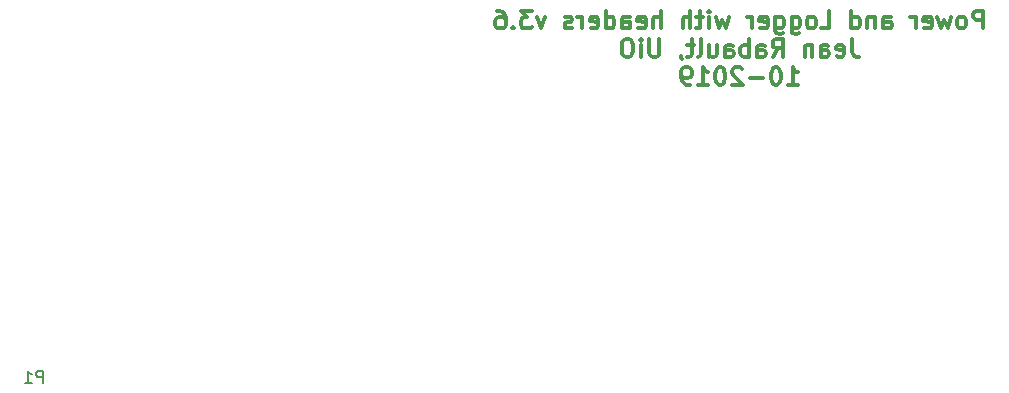
<source format=gbo>
G04 #@! TF.FileFunction,Legend,Bot*
%FSLAX46Y46*%
G04 Gerber Fmt 4.6, Leading zero omitted, Abs format (unit mm)*
G04 Created by KiCad (PCBNEW 4.0.2+dfsg1-stable) date fr. 25. okt. 2019 kl. 08.56 +0200*
%MOMM*%
G01*
G04 APERTURE LIST*
%ADD10C,0.100000*%
%ADD11C,0.300000*%
%ADD12C,0.150000*%
G04 APERTURE END LIST*
D10*
D11*
X255482142Y-110153571D02*
X255482142Y-108653571D01*
X254910714Y-108653571D01*
X254767856Y-108725000D01*
X254696428Y-108796429D01*
X254624999Y-108939286D01*
X254624999Y-109153571D01*
X254696428Y-109296429D01*
X254767856Y-109367857D01*
X254910714Y-109439286D01*
X255482142Y-109439286D01*
X253767856Y-110153571D02*
X253910714Y-110082143D01*
X253982142Y-110010714D01*
X254053571Y-109867857D01*
X254053571Y-109439286D01*
X253982142Y-109296429D01*
X253910714Y-109225000D01*
X253767856Y-109153571D01*
X253553571Y-109153571D01*
X253410714Y-109225000D01*
X253339285Y-109296429D01*
X253267856Y-109439286D01*
X253267856Y-109867857D01*
X253339285Y-110010714D01*
X253410714Y-110082143D01*
X253553571Y-110153571D01*
X253767856Y-110153571D01*
X252767856Y-109153571D02*
X252482142Y-110153571D01*
X252196428Y-109439286D01*
X251910713Y-110153571D01*
X251624999Y-109153571D01*
X250482142Y-110082143D02*
X250624999Y-110153571D01*
X250910713Y-110153571D01*
X251053570Y-110082143D01*
X251124999Y-109939286D01*
X251124999Y-109367857D01*
X251053570Y-109225000D01*
X250910713Y-109153571D01*
X250624999Y-109153571D01*
X250482142Y-109225000D01*
X250410713Y-109367857D01*
X250410713Y-109510714D01*
X251124999Y-109653571D01*
X249767856Y-110153571D02*
X249767856Y-109153571D01*
X249767856Y-109439286D02*
X249696428Y-109296429D01*
X249624999Y-109225000D01*
X249482142Y-109153571D01*
X249339285Y-109153571D01*
X247053571Y-110153571D02*
X247053571Y-109367857D01*
X247125000Y-109225000D01*
X247267857Y-109153571D01*
X247553571Y-109153571D01*
X247696428Y-109225000D01*
X247053571Y-110082143D02*
X247196428Y-110153571D01*
X247553571Y-110153571D01*
X247696428Y-110082143D01*
X247767857Y-109939286D01*
X247767857Y-109796429D01*
X247696428Y-109653571D01*
X247553571Y-109582143D01*
X247196428Y-109582143D01*
X247053571Y-109510714D01*
X246339285Y-109153571D02*
X246339285Y-110153571D01*
X246339285Y-109296429D02*
X246267857Y-109225000D01*
X246124999Y-109153571D01*
X245910714Y-109153571D01*
X245767857Y-109225000D01*
X245696428Y-109367857D01*
X245696428Y-110153571D01*
X244339285Y-110153571D02*
X244339285Y-108653571D01*
X244339285Y-110082143D02*
X244482142Y-110153571D01*
X244767856Y-110153571D01*
X244910714Y-110082143D01*
X244982142Y-110010714D01*
X245053571Y-109867857D01*
X245053571Y-109439286D01*
X244982142Y-109296429D01*
X244910714Y-109225000D01*
X244767856Y-109153571D01*
X244482142Y-109153571D01*
X244339285Y-109225000D01*
X241767856Y-110153571D02*
X242482142Y-110153571D01*
X242482142Y-108653571D01*
X241053570Y-110153571D02*
X241196428Y-110082143D01*
X241267856Y-110010714D01*
X241339285Y-109867857D01*
X241339285Y-109439286D01*
X241267856Y-109296429D01*
X241196428Y-109225000D01*
X241053570Y-109153571D01*
X240839285Y-109153571D01*
X240696428Y-109225000D01*
X240624999Y-109296429D01*
X240553570Y-109439286D01*
X240553570Y-109867857D01*
X240624999Y-110010714D01*
X240696428Y-110082143D01*
X240839285Y-110153571D01*
X241053570Y-110153571D01*
X239267856Y-109153571D02*
X239267856Y-110367857D01*
X239339285Y-110510714D01*
X239410713Y-110582143D01*
X239553570Y-110653571D01*
X239767856Y-110653571D01*
X239910713Y-110582143D01*
X239267856Y-110082143D02*
X239410713Y-110153571D01*
X239696427Y-110153571D01*
X239839285Y-110082143D01*
X239910713Y-110010714D01*
X239982142Y-109867857D01*
X239982142Y-109439286D01*
X239910713Y-109296429D01*
X239839285Y-109225000D01*
X239696427Y-109153571D01*
X239410713Y-109153571D01*
X239267856Y-109225000D01*
X237910713Y-109153571D02*
X237910713Y-110367857D01*
X237982142Y-110510714D01*
X238053570Y-110582143D01*
X238196427Y-110653571D01*
X238410713Y-110653571D01*
X238553570Y-110582143D01*
X237910713Y-110082143D02*
X238053570Y-110153571D01*
X238339284Y-110153571D01*
X238482142Y-110082143D01*
X238553570Y-110010714D01*
X238624999Y-109867857D01*
X238624999Y-109439286D01*
X238553570Y-109296429D01*
X238482142Y-109225000D01*
X238339284Y-109153571D01*
X238053570Y-109153571D01*
X237910713Y-109225000D01*
X236624999Y-110082143D02*
X236767856Y-110153571D01*
X237053570Y-110153571D01*
X237196427Y-110082143D01*
X237267856Y-109939286D01*
X237267856Y-109367857D01*
X237196427Y-109225000D01*
X237053570Y-109153571D01*
X236767856Y-109153571D01*
X236624999Y-109225000D01*
X236553570Y-109367857D01*
X236553570Y-109510714D01*
X237267856Y-109653571D01*
X235910713Y-110153571D02*
X235910713Y-109153571D01*
X235910713Y-109439286D02*
X235839285Y-109296429D01*
X235767856Y-109225000D01*
X235624999Y-109153571D01*
X235482142Y-109153571D01*
X233982142Y-109153571D02*
X233696428Y-110153571D01*
X233410714Y-109439286D01*
X233124999Y-110153571D01*
X232839285Y-109153571D01*
X232267856Y-110153571D02*
X232267856Y-109153571D01*
X232267856Y-108653571D02*
X232339285Y-108725000D01*
X232267856Y-108796429D01*
X232196428Y-108725000D01*
X232267856Y-108653571D01*
X232267856Y-108796429D01*
X231767856Y-109153571D02*
X231196427Y-109153571D01*
X231553570Y-108653571D02*
X231553570Y-109939286D01*
X231482142Y-110082143D01*
X231339284Y-110153571D01*
X231196427Y-110153571D01*
X230696427Y-110153571D02*
X230696427Y-108653571D01*
X230053570Y-110153571D02*
X230053570Y-109367857D01*
X230124999Y-109225000D01*
X230267856Y-109153571D01*
X230482141Y-109153571D01*
X230624999Y-109225000D01*
X230696427Y-109296429D01*
X228196427Y-110153571D02*
X228196427Y-108653571D01*
X227553570Y-110153571D02*
X227553570Y-109367857D01*
X227624999Y-109225000D01*
X227767856Y-109153571D01*
X227982141Y-109153571D01*
X228124999Y-109225000D01*
X228196427Y-109296429D01*
X226267856Y-110082143D02*
X226410713Y-110153571D01*
X226696427Y-110153571D01*
X226839284Y-110082143D01*
X226910713Y-109939286D01*
X226910713Y-109367857D01*
X226839284Y-109225000D01*
X226696427Y-109153571D01*
X226410713Y-109153571D01*
X226267856Y-109225000D01*
X226196427Y-109367857D01*
X226196427Y-109510714D01*
X226910713Y-109653571D01*
X224910713Y-110153571D02*
X224910713Y-109367857D01*
X224982142Y-109225000D01*
X225124999Y-109153571D01*
X225410713Y-109153571D01*
X225553570Y-109225000D01*
X224910713Y-110082143D02*
X225053570Y-110153571D01*
X225410713Y-110153571D01*
X225553570Y-110082143D01*
X225624999Y-109939286D01*
X225624999Y-109796429D01*
X225553570Y-109653571D01*
X225410713Y-109582143D01*
X225053570Y-109582143D01*
X224910713Y-109510714D01*
X223553570Y-110153571D02*
X223553570Y-108653571D01*
X223553570Y-110082143D02*
X223696427Y-110153571D01*
X223982141Y-110153571D01*
X224124999Y-110082143D01*
X224196427Y-110010714D01*
X224267856Y-109867857D01*
X224267856Y-109439286D01*
X224196427Y-109296429D01*
X224124999Y-109225000D01*
X223982141Y-109153571D01*
X223696427Y-109153571D01*
X223553570Y-109225000D01*
X222267856Y-110082143D02*
X222410713Y-110153571D01*
X222696427Y-110153571D01*
X222839284Y-110082143D01*
X222910713Y-109939286D01*
X222910713Y-109367857D01*
X222839284Y-109225000D01*
X222696427Y-109153571D01*
X222410713Y-109153571D01*
X222267856Y-109225000D01*
X222196427Y-109367857D01*
X222196427Y-109510714D01*
X222910713Y-109653571D01*
X221553570Y-110153571D02*
X221553570Y-109153571D01*
X221553570Y-109439286D02*
X221482142Y-109296429D01*
X221410713Y-109225000D01*
X221267856Y-109153571D01*
X221124999Y-109153571D01*
X220696428Y-110082143D02*
X220553571Y-110153571D01*
X220267856Y-110153571D01*
X220124999Y-110082143D01*
X220053571Y-109939286D01*
X220053571Y-109867857D01*
X220124999Y-109725000D01*
X220267856Y-109653571D01*
X220482142Y-109653571D01*
X220624999Y-109582143D01*
X220696428Y-109439286D01*
X220696428Y-109367857D01*
X220624999Y-109225000D01*
X220482142Y-109153571D01*
X220267856Y-109153571D01*
X220124999Y-109225000D01*
X218410713Y-109153571D02*
X218053570Y-110153571D01*
X217696428Y-109153571D01*
X217267856Y-108653571D02*
X216339285Y-108653571D01*
X216839285Y-109225000D01*
X216624999Y-109225000D01*
X216482142Y-109296429D01*
X216410713Y-109367857D01*
X216339285Y-109510714D01*
X216339285Y-109867857D01*
X216410713Y-110010714D01*
X216482142Y-110082143D01*
X216624999Y-110153571D01*
X217053571Y-110153571D01*
X217196428Y-110082143D01*
X217267856Y-110010714D01*
X215696428Y-110010714D02*
X215625000Y-110082143D01*
X215696428Y-110153571D01*
X215767857Y-110082143D01*
X215696428Y-110010714D01*
X215696428Y-110153571D01*
X214339285Y-108653571D02*
X214624999Y-108653571D01*
X214767856Y-108725000D01*
X214839285Y-108796429D01*
X214982142Y-109010714D01*
X215053571Y-109296429D01*
X215053571Y-109867857D01*
X214982142Y-110010714D01*
X214910714Y-110082143D01*
X214767856Y-110153571D01*
X214482142Y-110153571D01*
X214339285Y-110082143D01*
X214267856Y-110010714D01*
X214196428Y-109867857D01*
X214196428Y-109510714D01*
X214267856Y-109367857D01*
X214339285Y-109296429D01*
X214482142Y-109225000D01*
X214767856Y-109225000D01*
X214910714Y-109296429D01*
X214982142Y-109367857D01*
X215053571Y-109510714D01*
X244375001Y-111053571D02*
X244375001Y-112125000D01*
X244446429Y-112339286D01*
X244589286Y-112482143D01*
X244803572Y-112553571D01*
X244946429Y-112553571D01*
X243089287Y-112482143D02*
X243232144Y-112553571D01*
X243517858Y-112553571D01*
X243660715Y-112482143D01*
X243732144Y-112339286D01*
X243732144Y-111767857D01*
X243660715Y-111625000D01*
X243517858Y-111553571D01*
X243232144Y-111553571D01*
X243089287Y-111625000D01*
X243017858Y-111767857D01*
X243017858Y-111910714D01*
X243732144Y-112053571D01*
X241732144Y-112553571D02*
X241732144Y-111767857D01*
X241803573Y-111625000D01*
X241946430Y-111553571D01*
X242232144Y-111553571D01*
X242375001Y-111625000D01*
X241732144Y-112482143D02*
X241875001Y-112553571D01*
X242232144Y-112553571D01*
X242375001Y-112482143D01*
X242446430Y-112339286D01*
X242446430Y-112196429D01*
X242375001Y-112053571D01*
X242232144Y-111982143D01*
X241875001Y-111982143D01*
X241732144Y-111910714D01*
X241017858Y-111553571D02*
X241017858Y-112553571D01*
X241017858Y-111696429D02*
X240946430Y-111625000D01*
X240803572Y-111553571D01*
X240589287Y-111553571D01*
X240446430Y-111625000D01*
X240375001Y-111767857D01*
X240375001Y-112553571D01*
X237660715Y-112553571D02*
X238160715Y-111839286D01*
X238517858Y-112553571D02*
X238517858Y-111053571D01*
X237946430Y-111053571D01*
X237803572Y-111125000D01*
X237732144Y-111196429D01*
X237660715Y-111339286D01*
X237660715Y-111553571D01*
X237732144Y-111696429D01*
X237803572Y-111767857D01*
X237946430Y-111839286D01*
X238517858Y-111839286D01*
X236375001Y-112553571D02*
X236375001Y-111767857D01*
X236446430Y-111625000D01*
X236589287Y-111553571D01*
X236875001Y-111553571D01*
X237017858Y-111625000D01*
X236375001Y-112482143D02*
X236517858Y-112553571D01*
X236875001Y-112553571D01*
X237017858Y-112482143D01*
X237089287Y-112339286D01*
X237089287Y-112196429D01*
X237017858Y-112053571D01*
X236875001Y-111982143D01*
X236517858Y-111982143D01*
X236375001Y-111910714D01*
X235660715Y-112553571D02*
X235660715Y-111053571D01*
X235660715Y-111625000D02*
X235517858Y-111553571D01*
X235232144Y-111553571D01*
X235089287Y-111625000D01*
X235017858Y-111696429D01*
X234946429Y-111839286D01*
X234946429Y-112267857D01*
X235017858Y-112410714D01*
X235089287Y-112482143D01*
X235232144Y-112553571D01*
X235517858Y-112553571D01*
X235660715Y-112482143D01*
X233660715Y-112553571D02*
X233660715Y-111767857D01*
X233732144Y-111625000D01*
X233875001Y-111553571D01*
X234160715Y-111553571D01*
X234303572Y-111625000D01*
X233660715Y-112482143D02*
X233803572Y-112553571D01*
X234160715Y-112553571D01*
X234303572Y-112482143D01*
X234375001Y-112339286D01*
X234375001Y-112196429D01*
X234303572Y-112053571D01*
X234160715Y-111982143D01*
X233803572Y-111982143D01*
X233660715Y-111910714D01*
X232303572Y-111553571D02*
X232303572Y-112553571D01*
X232946429Y-111553571D02*
X232946429Y-112339286D01*
X232875001Y-112482143D01*
X232732143Y-112553571D01*
X232517858Y-112553571D01*
X232375001Y-112482143D01*
X232303572Y-112410714D01*
X231375000Y-112553571D02*
X231517858Y-112482143D01*
X231589286Y-112339286D01*
X231589286Y-111053571D01*
X231017858Y-111553571D02*
X230446429Y-111553571D01*
X230803572Y-111053571D02*
X230803572Y-112339286D01*
X230732144Y-112482143D01*
X230589286Y-112553571D01*
X230446429Y-112553571D01*
X229875001Y-112482143D02*
X229875001Y-112553571D01*
X229946429Y-112696429D01*
X230017858Y-112767857D01*
X228089286Y-111053571D02*
X228089286Y-112267857D01*
X228017858Y-112410714D01*
X227946429Y-112482143D01*
X227803572Y-112553571D01*
X227517858Y-112553571D01*
X227375000Y-112482143D01*
X227303572Y-112410714D01*
X227232143Y-112267857D01*
X227232143Y-111053571D01*
X226517857Y-112553571D02*
X226517857Y-111553571D01*
X226517857Y-111053571D02*
X226589286Y-111125000D01*
X226517857Y-111196429D01*
X226446429Y-111125000D01*
X226517857Y-111053571D01*
X226517857Y-111196429D01*
X225517857Y-111053571D02*
X225232143Y-111053571D01*
X225089285Y-111125000D01*
X224946428Y-111267857D01*
X224875000Y-111553571D01*
X224875000Y-112053571D01*
X224946428Y-112339286D01*
X225089285Y-112482143D01*
X225232143Y-112553571D01*
X225517857Y-112553571D01*
X225660714Y-112482143D01*
X225803571Y-112339286D01*
X225875000Y-112053571D01*
X225875000Y-111553571D01*
X225803571Y-111267857D01*
X225660714Y-111125000D01*
X225517857Y-111053571D01*
X238946427Y-114953571D02*
X239803570Y-114953571D01*
X239374998Y-114953571D02*
X239374998Y-113453571D01*
X239517855Y-113667857D01*
X239660713Y-113810714D01*
X239803570Y-113882143D01*
X238017856Y-113453571D02*
X237874999Y-113453571D01*
X237732142Y-113525000D01*
X237660713Y-113596429D01*
X237589284Y-113739286D01*
X237517856Y-114025000D01*
X237517856Y-114382143D01*
X237589284Y-114667857D01*
X237660713Y-114810714D01*
X237732142Y-114882143D01*
X237874999Y-114953571D01*
X238017856Y-114953571D01*
X238160713Y-114882143D01*
X238232142Y-114810714D01*
X238303570Y-114667857D01*
X238374999Y-114382143D01*
X238374999Y-114025000D01*
X238303570Y-113739286D01*
X238232142Y-113596429D01*
X238160713Y-113525000D01*
X238017856Y-113453571D01*
X236874999Y-114382143D02*
X235732142Y-114382143D01*
X235089285Y-113596429D02*
X235017856Y-113525000D01*
X234874999Y-113453571D01*
X234517856Y-113453571D01*
X234374999Y-113525000D01*
X234303570Y-113596429D01*
X234232142Y-113739286D01*
X234232142Y-113882143D01*
X234303570Y-114096429D01*
X235160713Y-114953571D01*
X234232142Y-114953571D01*
X233303571Y-113453571D02*
X233160714Y-113453571D01*
X233017857Y-113525000D01*
X232946428Y-113596429D01*
X232874999Y-113739286D01*
X232803571Y-114025000D01*
X232803571Y-114382143D01*
X232874999Y-114667857D01*
X232946428Y-114810714D01*
X233017857Y-114882143D01*
X233160714Y-114953571D01*
X233303571Y-114953571D01*
X233446428Y-114882143D01*
X233517857Y-114810714D01*
X233589285Y-114667857D01*
X233660714Y-114382143D01*
X233660714Y-114025000D01*
X233589285Y-113739286D01*
X233517857Y-113596429D01*
X233446428Y-113525000D01*
X233303571Y-113453571D01*
X231375000Y-114953571D02*
X232232143Y-114953571D01*
X231803571Y-114953571D02*
X231803571Y-113453571D01*
X231946428Y-113667857D01*
X232089286Y-113810714D01*
X232232143Y-113882143D01*
X230660715Y-114953571D02*
X230375000Y-114953571D01*
X230232143Y-114882143D01*
X230160715Y-114810714D01*
X230017857Y-114596429D01*
X229946429Y-114310714D01*
X229946429Y-113739286D01*
X230017857Y-113596429D01*
X230089286Y-113525000D01*
X230232143Y-113453571D01*
X230517857Y-113453571D01*
X230660715Y-113525000D01*
X230732143Y-113596429D01*
X230803572Y-113739286D01*
X230803572Y-114096429D01*
X230732143Y-114239286D01*
X230660715Y-114310714D01*
X230517857Y-114382143D01*
X230232143Y-114382143D01*
X230089286Y-114310714D01*
X230017857Y-114239286D01*
X229946429Y-114096429D01*
D12*
X175886695Y-140155581D02*
X175886695Y-139155581D01*
X175505742Y-139155581D01*
X175410504Y-139203200D01*
X175362885Y-139250819D01*
X175315266Y-139346057D01*
X175315266Y-139488914D01*
X175362885Y-139584152D01*
X175410504Y-139631771D01*
X175505742Y-139679390D01*
X175886695Y-139679390D01*
X174362885Y-140155581D02*
X174934314Y-140155581D01*
X174648600Y-140155581D02*
X174648600Y-139155581D01*
X174743838Y-139298438D01*
X174839076Y-139393676D01*
X174934314Y-139441295D01*
M02*

</source>
